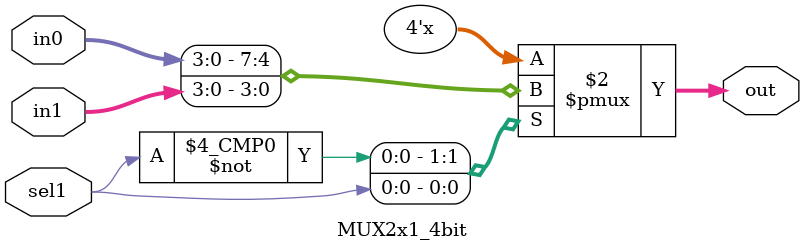
<source format=sv>
`timescale 1ns / 1ps


module MUX2x1_4bit(input logic sel1, 
                input [3:0] in0, in1,
                output logic [3:0] out
    );
    
    always @(sel1 or in0 or in1) begin
        case(sel1)
            1'b0: begin out= in0 ; end
            1'b1: begin out= in1 ; end
            default: begin out= in0 ; end
        endcase
    end
    
endmodule

</source>
